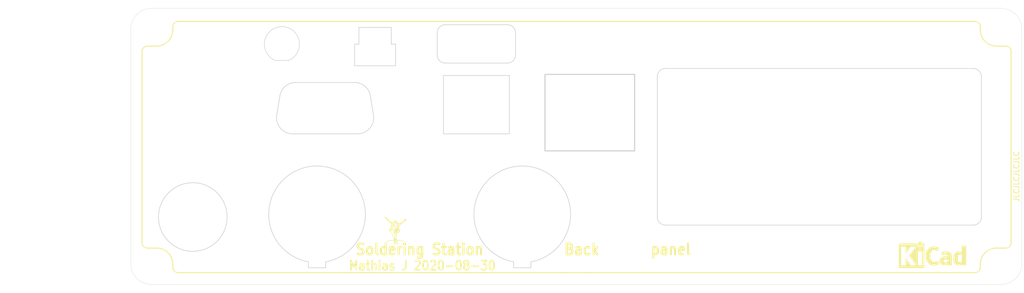
<source format=kicad_pcb>
(kicad_pcb (version 20171130) (host pcbnew 5.1.6-c6e7f7d~87~ubuntu18.04.1)

  (general
    (thickness 1.6)
    (drawings 48)
    (tracks 0)
    (zones 0)
    (modules 18)
    (nets 1)
  )

  (page A4)
  (layers
    (0 F.Cu signal)
    (31 B.Cu power)
    (32 B.Adhes user)
    (33 F.Adhes user)
    (34 B.Paste user)
    (35 F.Paste user)
    (36 B.SilkS user)
    (37 F.SilkS user)
    (38 B.Mask user)
    (39 F.Mask user)
    (40 Dwgs.User user)
    (41 Cmts.User user)
    (42 Eco1.User user)
    (43 Eco2.User user)
    (44 Edge.Cuts user)
    (45 Margin user)
    (46 B.CrtYd user)
    (47 F.CrtYd user)
    (48 B.Fab user)
    (49 F.Fab user)
  )

  (setup
    (last_trace_width 0.25)
    (user_trace_width 0.127)
    (user_trace_width 0.15)
    (user_trace_width 0.2)
    (user_trace_width 0.25)
    (user_trace_width 0.4)
    (user_trace_width 0.5)
    (user_trace_width 0.75)
    (user_trace_width 1)
    (trace_clearance 0.2)
    (zone_clearance 0.508)
    (zone_45_only no)
    (trace_min 0.127)
    (via_size 0.8)
    (via_drill 0.4)
    (via_min_size 0.6)
    (via_min_drill 0.3)
    (user_via 0.6 0.3)
    (user_via 0.7 0.4)
    (user_via 1 0.6)
    (uvia_size 0.3)
    (uvia_drill 0.1)
    (uvias_allowed no)
    (uvia_min_size 0.2)
    (uvia_min_drill 0.1)
    (edge_width 0.05)
    (segment_width 0.2)
    (pcb_text_width 0.3)
    (pcb_text_size 1.5 1.5)
    (mod_edge_width 0.15)
    (mod_text_size 0.8 0.9)
    (mod_text_width 0.15)
    (pad_size 1.524 1.524)
    (pad_drill 0.762)
    (pad_to_mask_clearance 0.05)
    (solder_mask_min_width 0.1)
    (aux_axis_origin 0 0)
    (grid_origin 150 100)
    (visible_elements FFFFFF7F)
    (pcbplotparams
      (layerselection 0x00020_7ffffffe)
      (usegerberextensions false)
      (usegerberattributes false)
      (usegerberadvancedattributes false)
      (creategerberjobfile false)
      (excludeedgelayer true)
      (linewidth 0.100000)
      (plotframeref false)
      (viasonmask false)
      (mode 1)
      (useauxorigin false)
      (hpglpennumber 1)
      (hpglpenspeed 20)
      (hpglpendiameter 15.000000)
      (psnegative false)
      (psa4output false)
      (plotreference false)
      (plotvalue false)
      (plotinvisibletext false)
      (padsonsilk true)
      (subtractmaskfromsilk false)
      (outputformat 3)
      (mirror false)
      (drillshape 0)
      (scaleselection 1)
      (outputdirectory "./"))
  )

  (net 0 "")

  (net_class Default "This is the default net class."
    (clearance 0.2)
    (trace_width 0.25)
    (via_dia 0.8)
    (via_drill 0.4)
    (uvia_dia 0.3)
    (uvia_drill 0.1)
  )

  (module customlib_mj_fp:Molex_NanoFit-1x02-Panel_cutout (layer B.Cu) (tedit 5F7DBA11) (tstamp 5F7F0D41)
    (at 112.75 59.5 180)
    (descr "Panel cut-out for Molex Nano-Fit 1x02")
    (tags "Molex NanoFit panel cut-out")
    (path /5F88251B)
    (attr virtual)
    (fp_text reference M111 (at 0 1) (layer B.SilkS) hide
      (effects (font (size 1.2 0.8) (thickness 0.16)) (justify mirror))
    )
    (fp_text value Molex_NanoFit-1x02-Panel_cutout (at 0 -1) (layer B.Fab)
      (effects (font (size 1 1) (thickness 0.15)) (justify mirror))
    )
    (fp_line (start 4 0) (end -4 0) (layer Dwgs.User) (width 0.12))
    (fp_line (start -4 0) (end -4 4) (layer Dwgs.User) (width 0.12))
    (fp_line (start -4 4) (end -3 4) (layer Dwgs.User) (width 0.12))
    (fp_line (start -3 4) (end -3 7) (layer Dwgs.User) (width 0.12))
    (fp_line (start -3 7) (end 3 7) (layer Dwgs.User) (width 0.12))
    (fp_line (start 3 7) (end 3 4) (layer Dwgs.User) (width 0.12))
    (fp_line (start 3 4) (end 4 4) (layer Dwgs.User) (width 0.12))
    (fp_line (start 4 4) (end 4 0) (layer Dwgs.User) (width 0.12))
    (fp_line (start 3.8 0) (end -3.8 0) (layer Edge.Cuts) (width 0.12))
    (fp_line (start -3.8 0) (end -3.8 4) (layer Edge.Cuts) (width 0.12))
    (fp_line (start -3.8 4) (end -3 4) (layer Edge.Cuts) (width 0.12))
    (fp_line (start -3 4) (end -3 7.1) (layer Edge.Cuts) (width 0.12))
    (fp_line (start -3 7.1) (end 3 7.1) (layer Edge.Cuts) (width 0.12))
    (fp_line (start 3 7.1) (end 3 4) (layer Edge.Cuts) (width 0.12))
    (fp_line (start 3 4) (end 3.8 4) (layer Edge.Cuts) (width 0.12))
    (fp_line (start 3.8 4) (end 3.8 0) (layer Edge.Cuts) (width 0.12))
    (model /home/mjoh/projects/stm32/projects/customlib_mj/3d_models/Molex_NanoFit-1x02_receptacle-1053071202.stp
      (offset (xyz 0 1.74 -1.7))
      (scale (xyz 1 1 1))
      (rotate (xyz 0 0 0))
    )
  )

  (module customlib_mj_fp:DSub9-Kycon_K22X-E9P-N_panel_cutout_behind locked (layer B.Cu) (tedit 5F7DC644) (tstamp 5F4D7BAD)
    (at 103.5 61.1)
    (descr "Dsub-9 panel cut-out, behind")
    (tags "DSUB-9 panel cut-out")
    (path /5F4DCFFF)
    (attr virtual)
    (fp_text reference M108 (at 0 6.5) (layer B.Fab)
      (effects (font (size 1.2 0.8) (thickness 0.16)) (justify mirror))
    )
    (fp_text value DSub9-Kycon_K22X-E9P-N-panel_cutout-small (at 0 2.5) (layer B.Fab)
      (effects (font (size 1 1) (thickness 0.15)) (justify mirror))
    )
    (fp_arc (start -5.5 4.4) (end -8.355942 3.89642) (angle 80) (layer Dwgs.User) (width 0.12))
    (fp_arc (start 6 8) (end 8.910887 7.274234) (angle 104) (layer Dwgs.User) (width 0.12))
    (fp_arc (start -6 8) (end -6 11) (angle 104) (layer Dwgs.User) (width 0.12))
    (fp_arc (start 5.5 4.4) (end 5.5 1.5) (angle 80) (layer Dwgs.User) (width 0.12))
    (fp_arc (start 5.5 4.4) (end 5.5 1.5) (angle 80) (layer Edge.Cuts) (width 0.12))
    (fp_arc (start -5.5 4.4) (end -8.355942 3.89642) (angle 80) (layer Edge.Cuts) (width 0.12))
    (fp_arc (start 6 8) (end 8.910887 7.274234) (angle 104) (layer Edge.Cuts) (width 0.12))
    (fp_arc (start -6 8) (end -6 11) (angle 104) (layer Edge.Cuts) (width 0.12))
    (fp_line (start -8.910887 7.274234) (end -8.355942 3.89642) (layer Edge.Cuts) (width 0.12))
    (fp_line (start 6 11) (end -6 11) (layer Edge.Cuts) (width 0.12))
    (fp_line (start 8.355942 3.89642) (end 8.910887 7.274234) (layer Edge.Cuts) (width 0.12))
    (fp_line (start -5.5 1.5) (end 5.5 1.5) (layer Edge.Cuts) (width 0.12))
    (fp_line (start -8.910887 7.274234) (end -8.355942 3.89642) (layer Dwgs.User) (width 0.12))
    (fp_line (start 6 11) (end -6 11) (layer Dwgs.User) (width 0.12))
    (fp_line (start 8.355942 3.89642) (end 8.910887 7.274234) (layer Dwgs.User) (width 0.12))
    (fp_line (start -5.5 1.5) (end 5.5 1.5) (layer Dwgs.User) (width 0.12))
    (pad "" np_thru_hole circle (at 12.5 6.275) (size 3 3) (drill 3) (layers *.Cu *.Mask))
    (pad "" np_thru_hole circle (at -12.5 6.275) (size 3 3) (drill 3) (layers *.Cu *.Mask))
    (model /home/mjoh/projects/stm32/projects/customlib_mj/3d_models/K22X-E9P-N.step
      (offset (xyz 0 6.275 -2.5))
      (scale (xyz 1 1 1))
      (rotate (xyz 0 0 0))
    )
  )

  (module customlib_mj_fp:SMA_Bulkhead_jack-Panel_cutout (layer B.Cu) (tedit 5F7DBA76) (tstamp 5F7F0E3A)
    (at 95.5 55.5 270)
    (descr "SMA bulkhead jack connector cut-out")
    (tags "SMA panel cutout")
    (path /5F881BCE)
    (fp_text reference M110 (at 0 4.5 90) (layer B.SilkS) hide
      (effects (font (size 1.2 0.8) (thickness 0.16)) (justify mirror))
    )
    (fp_text value SMA_bulkhead_jack_Panel_cutout (at -3.5 0 180) (layer B.Fab)
      (effects (font (size 1 1) (thickness 0.15)) (justify mirror))
    )
    (fp_line (start 3.013 -1.2175) (end 3.013117 1.217209) (layer Edge.Cuts) (width 0.1))
    (fp_line (start 3.013 -1.2175) (end 3.013 1.2175) (layer Dwgs.User) (width 0.1))
    (fp_arc (start 0 0) (end 3.013 -1.2175) (angle -316) (layer Edge.Cuts) (width 0.1))
    (fp_arc (start 0 0) (end 3.013 -1.2175) (angle -316) (layer Dwgs.User) (width 0.1))
    (model /home/mjoh/projects/stm32/projects/customlib_mj/3d_models/SMA_bulkhead_jack_and_cable_assy.stp
      (offset (xyz 0 0 -68.5))
      (scale (xyz 1 1 1))
      (rotate (xyz 90 0 -90))
    )
  )

  (module customlib_mj_fp:LB_I4R_A-4mm_banana_socket_panelmnt locked (layer B.Cu) (tedit 5F7CCD62) (tstamp 5F7DF82B)
    (at 159 93 180)
    (path /5F7FEDE6)
    (fp_text reference J101 (at 0 5) (layer B.SilkS) hide
      (effects (font (size 1.2 0.8) (thickness 0.16)) (justify mirror))
    )
    (fp_text value 4mm_banana_socket-LB_I4R_A-panelmnt (at 0 -4.5) (layer B.Fab)
      (effects (font (size 1 1) (thickness 0.15)) (justify mirror))
    )
    (pad "" np_thru_hole circle (at 0 0 180) (size 8.3 8.3) (drill 8.3) (layers *.Cu *.Mask))
    (model /home/mjoh/projects/stm32/projects/customlib_mj/3d_models/LB_I4R_A-black.stp
      (offset (xyz 0 0 -20.5))
      (scale (xyz 1 1 1))
      (rotate (xyz -90 0 90))
    )
  )

  (module customlib_mj_fp:CUI-UJ2_AH_1_SMT-Panel_cutout locked (layer B.Cu) (tedit 5F7CAEF1) (tstamp 5F7D196E)
    (at 131.5 59.5 180)
    (descr "Panel cut-out for CUI-UJ2_AH_1_SMT USB-A host connector")
    (tags "USB-A CUI UJ2_AH_1_SMT panel cut-out")
    (path /5F7D0AEA)
    (attr virtual)
    (fp_text reference M107 (at 0 6) (layer B.Fab)
      (effects (font (size 1.2 0.8) (thickness 0.16)) (justify mirror))
    )
    (fp_text value CUI-UJ2_AH_1_SMT-Panel_cutout (at 0 -0.5) (layer B.Fab)
      (effects (font (size 1 1) (thickness 0.15)) (justify mirror))
    )
    (fp_line (start -7.25 6.1) (end -7.25 2) (layer Edge.Cuts) (width 0.12))
    (fp_line (start 5.75 7.6) (end -5.75 7.6) (layer Edge.Cuts) (width 0.12))
    (fp_line (start 7.25 2) (end 7.25 6.1) (layer Edge.Cuts) (width 0.12))
    (fp_line (start -5.75 0.5) (end 5.75 0.5) (layer Edge.Cuts) (width 0.12))
    (fp_line (start -7.25 6.1) (end -7.25 2) (layer Dwgs.User) (width 0.12))
    (fp_line (start 5.75 7.6) (end -5.75 7.6) (layer Dwgs.User) (width 0.12))
    (fp_line (start 7.25 2) (end 7.25 6.1) (layer Dwgs.User) (width 0.12))
    (fp_line (start -5.75 0.5) (end 5.75 0.5) (layer Dwgs.User) (width 0.12))
    (fp_arc (start 5.75 6.1) (end 7.25 6.1) (angle 90) (layer Dwgs.User) (width 0.12))
    (fp_arc (start 5.75 2) (end 5.75 0.5) (angle 90) (layer Dwgs.User) (width 0.12))
    (fp_arc (start -5.75 2) (end -7.25 2) (angle 90) (layer Dwgs.User) (width 0.12))
    (fp_arc (start -5.75 6.1) (end -5.75 7.6) (angle 90) (layer Dwgs.User) (width 0.12))
    (fp_arc (start 5.75 6.1) (end 7.25 6.1) (angle 90) (layer Edge.Cuts) (width 0.12))
    (fp_arc (start 5.75 2) (end 5.75 0.5) (angle 90) (layer Edge.Cuts) (width 0.12))
    (fp_arc (start -5.75 2) (end -7.25 2) (angle 90) (layer Edge.Cuts) (width 0.12))
    (fp_arc (start -5.75 6.1) (end -5.75 7.6) (angle 90) (layer Edge.Cuts) (width 0.12))
    (model /home/mjoh/projects/stm32/projects/customlib_mj/3d_models/CUI_DEVICES_UJ2-AH-1-SMT.step
      (offset (xyz 0 0 -15))
      (scale (xyz 1 1 1))
      (rotate (xyz 0 0 0))
    )
  )

  (module customlib_mj_fp:SJ-3571N_panel_cutout locked (layer B.Cu) (tedit 5F4D2DB5) (tstamp 5F4D7C96)
    (at 81 59.5 180)
    (descr "Panel cut-out for CUI SJ-3571N 3.5mm audio jack")
    (tags "CUI SJ-3571N 3.5mm audio jack panel cut-out")
    (path /5F4E1D6C)
    (attr virtual)
    (fp_text reference M109 (at 0 7) (layer B.Fab)
      (effects (font (size 1.2 0.8) (thickness 0.16)) (justify mirror))
    )
    (fp_text value SJ-3571N_CUI_audio_jacket_panel_cutout (at 0 -1.5) (layer B.Fab)
      (effects (font (size 1 1) (thickness 0.15)) (justify mirror))
    )
    (pad "" np_thru_hole circle (at 0 2.5 180) (size 6 6) (drill 6) (layers *.Cu *.Mask))
    (model /home/mjoh/projects/stm32/projects/customlib_mj/3d_models/CUI_DEVICES_SJ-3571N.step
      (offset (xyz 0 2.5 0.3))
      (scale (xyz 1 1 1))
      (rotate (xyz 0 90 90))
    )
  )

  (module customlib_mj_fp:74980104400_WE_RJ45_LAN-Panel_cutout locked (layer B.Cu) (tedit 5F4CD9BC) (tstamp 5F4D3980)
    (at 152.5 61.1)
    (descr "Panel cut-out for WE RJ45 Ethernet connector")
    (tags "RJ45 panel cut-out")
    (path /5F4D2201)
    (attr virtual)
    (fp_text reference M105 (at 0 13) (layer B.Fab)
      (effects (font (size 1.2 0.8) (thickness 0.16)) (justify mirror))
    )
    (fp_text value 74980104400-Wurth_RJ45-Panel_cutout (at 0 -1) (layer B.Fab)
      (effects (font (size 1 1) (thickness 0.15)) (justify mirror))
    )
    (fp_line (start -8.3 14.15) (end -8.3 0) (layer Dwgs.User) (width 0.2))
    (fp_line (start 8.3 14.15) (end -8.3 14.15) (layer Dwgs.User) (width 0.2))
    (fp_line (start 8.3 0) (end 8.3 14.15) (layer Dwgs.User) (width 0.2))
    (fp_line (start -8.3 0) (end 8.3 0) (layer Dwgs.User) (width 0.2))
    (fp_line (start -8.3 14.15) (end -8.3 0) (layer Edge.Cuts) (width 0.2))
    (fp_line (start 8.3 14.15) (end -8.3 14.15) (layer Edge.Cuts) (width 0.2))
    (fp_line (start 8.3 0) (end 8.3 14.15) (layer Edge.Cuts) (width 0.2))
    (fp_line (start -8.3 0) (end 8.3 0) (layer Edge.Cuts) (width 0.2))
    (model /home/mjoh/projects/stm32/projects/customlib_mj/3d_models/74980104400_WE-RJ45_LAN_rev1.stp
      (offset (xyz 0 7.075 0.4))
      (scale (xyz 1 1 1))
      (rotate (xyz 90 0 180))
    )
  )

  (module customlib_mj_fp:TE_1734346-Panel_cutout locked (layer B.Cu) (tedit 5F4CD938) (tstamp 5F4D398C)
    (at 131.5 61.1)
    (descr "Panel cut-out for TE-1734346 USB-B device connector")
    (tags "USB-B TE-1734346 panel cut-out")
    (path /5F4D36E9)
    (attr virtual)
    (fp_text reference M106 (at 0 9.5) (layer B.Fab)
      (effects (font (size 1.2 0.8) (thickness 0.16)) (justify mirror))
    )
    (fp_text value TE-1734346-Panel_cutout (at 0 11.9) (layer B.Fab)
      (effects (font (size 1 1) (thickness 0.15)) (justify mirror))
    )
    (fp_line (start -6.1 0.2) (end 6.1 0.2) (layer Edge.Cuts) (width 0.12))
    (fp_line (start 6.1 0.2) (end 6.1 11) (layer Edge.Cuts) (width 0.12))
    (fp_line (start 6.1 11) (end -6.1 11) (layer Edge.Cuts) (width 0.12))
    (fp_line (start -6.1 11) (end -6.1 0.2) (layer Edge.Cuts) (width 0.12))
    (fp_line (start -6.1 0.2) (end 6.1 0.2) (layer Dwgs.User) (width 0.12))
    (fp_line (start 6.1 0.2) (end 6.1 11) (layer Dwgs.User) (width 0.12))
    (fp_line (start 6.1 11) (end -6.1 11) (layer Dwgs.User) (width 0.12))
    (fp_line (start -6.1 11) (end -6.1 0.2) (layer Dwgs.User) (width 0.12))
    (model /home/mjoh/projects/stm32/projects/customlib_mj/3d_models/TE_1734346-1-c-3d.stp
      (offset (xyz 0 5.6 0.5))
      (scale (xyz 1 1 1))
      (rotate (xyz 0 0 0))
    )
  )

  (module customlib_mj_fp:FN283_panel_cutout-outside_mnt locked (layer B.Cu) (tedit 5F459659) (tstamp 5F460FD2)
    (at 195 74.5 180)
    (descr "Panel cut-outs for Schaffner FN283 AC-inlet")
    (path /5F4FFAD8)
    (fp_text reference M104 (at 0 -2) (layer B.Fab)
      (effects (font (size 1.2 0.8) (thickness 0.16)) (justify mirror))
    )
    (fp_text value FN283-1-06_Schaffner_AC-panel_cutout (at 0 -13) (layer B.Fab)
      (effects (font (size 1 1) (thickness 0.15)) (justify mirror))
    )
    (fp_line (start -30 -13) (end -30 13) (layer Edge.Cuts) (width 0.12))
    (fp_line (start 28.5 -14.5) (end -28.5 -14.5) (layer Edge.Cuts) (width 0.12))
    (fp_line (start 30 13) (end 30 -13) (layer Edge.Cuts) (width 0.12))
    (fp_line (start -28.5 14.5) (end 28.5 14.5) (layer Edge.Cuts) (width 0.12))
    (fp_line (start -30 -13) (end -30 13) (layer Dwgs.User) (width 0.12))
    (fp_line (start 28.5 -14.5) (end -28.5 -14.5) (layer Dwgs.User) (width 0.12))
    (fp_line (start 30 13) (end 30 -13) (layer Dwgs.User) (width 0.12))
    (fp_line (start -28.5 14.5) (end 28.5 14.5) (layer Dwgs.User) (width 0.12))
    (fp_arc (start -28.5 13) (end -28.5 14.5) (angle 90) (layer Edge.Cuts) (width 0.12))
    (fp_arc (start -28.5 -13) (end -30 -13) (angle 90) (layer Edge.Cuts) (width 0.12))
    (fp_arc (start 28.5 -13) (end 28.5 -14.5) (angle 90) (layer Edge.Cuts) (width 0.12))
    (fp_arc (start 28.5 13) (end 30 13) (angle 90) (layer Edge.Cuts) (width 0.12))
    (fp_arc (start -28.5 13) (end -28.5 14.5) (angle 90) (layer Dwgs.User) (width 0.12))
    (fp_arc (start -28.5 -13) (end -30 -13) (angle 90) (layer Dwgs.User) (width 0.12))
    (fp_arc (start 28.5 -13) (end 28.5 -14.5) (angle 90) (layer Dwgs.User) (width 0.12))
    (fp_arc (start 28.5 13) (end 30 13) (angle 90) (layer Dwgs.User) (width 0.12))
    (pad "" np_thru_hole circle (at 0 20 180) (size 3 3) (drill 3) (layers *.Cu *.Mask))
    (pad "" np_thru_hole circle (at 0 -20 180) (size 3 3) (drill 3) (layers *.Cu *.Mask))
    (model /home/mjoh/projects/stm32/projects/customlib_mj/3d_models/Schaffner-FN283-1-06.stp
      (offset (xyz -18 0 24.5))
      (scale (xyz 1 1 1))
      (rotate (xyz 0 180 90))
    )
  )

  (module customlib_mj_fp:Schurter_3101_0060_fuse_holder-panel_cutout locked (layer F.Cu) (tedit 5F459D77) (tstamp 5F460FBC)
    (at 79 87.5)
    (path /5F50285E)
    (fp_text reference M103 (at 0 0.6) (layer F.Fab)
      (effects (font (size 1.2 0.8) (thickness 0.16)))
    )
    (fp_text value Schurter-3101_0060-fuse_holder-Panel_cutout (at 0 7) (layer F.Fab)
      (effects (font (size 1 1) (thickness 0.15)))
    )
    (fp_circle (center 0 0) (end 6.35 0) (layer Dwgs.User) (width 0.12))
    (fp_circle (center 0 0) (end 6.35 0) (layer Edge.Cuts) (width 0.12))
    (model /home/mjoh/projects/stm32/projects/SolderingStation/mech/Schurter-0031.0060_002-fuseholder.stp
      (offset (xyz 0 0 -8.800000000000001))
      (scale (xyz 1 1 1))
      (rotate (xyz 0 0 0))
    )
  )

  (module customlib_mj_fp:Amphenol_T3437000-DIN7-panel_cutout locked (layer B.Cu) (tedit 5F45A1C4) (tstamp 5F460FB6)
    (at 140 87 180)
    (descr "Amphenol T3437000 DIN7 (Weller connector) panel cutout")
    (tags "Amphenol T3437000 DIN7 panel cutout")
    (path /5F504C41)
    (fp_text reference M102 (at 0 -0.6) (layer B.Fab)
      (effects (font (size 1.2 0.8) (thickness 0.16)) (justify mirror))
    )
    (fp_text value Amphenol_T3437000-DIN7_panel_cutout (at 0 -11) (layer B.Fab)
      (effects (font (size 1 1) (thickness 0.15)) (justify mirror))
    )
    (fp_line (start 1.6 -9.9) (end 1.6 -8.8) (layer Edge.Cuts) (width 0.12))
    (fp_line (start -1.6 -9.9) (end -1.598511 -8.800271) (layer Edge.Cuts) (width 0.12))
    (fp_line (start 1.6 -9.9) (end -1.6 -9.9) (layer Edge.Cuts) (width 0.12))
    (fp_arc (start 0 0) (end 1.6 -8.8) (angle 339.4) (layer Edge.Cuts) (width 0.12))
    (model /home/mjoh/projects/stm32/projects/SolderingStation/mech/DIN7_done.stp
      (at (xyz 0 0 0))
      (scale (xyz 1 1 1))
      (rotate (xyz 0 0 0))
    )
  )

  (module customlib_mj_fp:Amphenol_T3437000-DIN7-panel_cutout locked (layer B.Cu) (tedit 5F45A1C4) (tstamp 5F460FAE)
    (at 102 87 180)
    (descr "Amphenol T3437000 DIN7 (Weller connector) panel cutout")
    (tags "Amphenol T3437000 DIN7 panel cutout")
    (path /5F50426A)
    (fp_text reference M101 (at 0 -0.6) (layer B.Fab)
      (effects (font (size 1.2 0.8) (thickness 0.16)) (justify mirror))
    )
    (fp_text value Amphenol_T3437000-DIN7_panel_cutout (at 0 -11) (layer B.Fab)
      (effects (font (size 1 1) (thickness 0.15)) (justify mirror))
    )
    (fp_line (start 1.6 -9.9) (end 1.6 -8.8) (layer Edge.Cuts) (width 0.12))
    (fp_line (start -1.6 -9.9) (end -1.598511 -8.800271) (layer Edge.Cuts) (width 0.12))
    (fp_line (start 1.6 -9.9) (end -1.6 -9.9) (layer Edge.Cuts) (width 0.12))
    (fp_arc (start 0 0) (end 1.6 -8.8) (angle 339.4) (layer Edge.Cuts) (width 0.12))
    (model /home/mjoh/projects/stm32/projects/SolderingStation/mech/DIN7_done.stp
      (at (xyz 0 0 0))
      (scale (xyz 1 1 1))
      (rotate (xyz 0 0 0))
    )
  )

  (module customlib_mj_fp:MountingHole_3.5mm_Hammond_panel_screws locked (layer F.Cu) (tedit 5F2EF506) (tstamp 5F420F13)
    (at 72.25 52.67)
    (descr "Mounting Hole 3.5mm, no annular")
    (tags "mounting hole 3.5mm no annular")
    (path /5F41E2D7)
    (attr virtual)
    (fp_text reference H101 (at 0 -4.5) (layer F.Fab)
      (effects (font (size 1 1) (thickness 0.15)))
    )
    (fp_text value MountingHole (at 0 4.5) (layer F.Fab)
      (effects (font (size 1 1) (thickness 0.15)))
    )
    (fp_circle (center 0 0) (end 3 0) (layer F.CrtYd) (width 0.05))
    (fp_circle (center 0 0) (end 2.9 0) (layer Cmts.User) (width 0.15))
    (fp_text user %R (at 0.3 0) (layer F.Fab)
      (effects (font (size 1 1) (thickness 0.15)))
    )
    (pad "" np_thru_hole circle (at 0 0) (size 3.5 3.5) (drill 3.5) (layers *.Cu *.Mask)
      (solder_mask_margin -0.1) (clearance 1.25))
  )

  (module customlib_mj_fp:MountingHole_3.5mm_Hammond_panel_screws locked (layer F.Cu) (tedit 5F2EF506) (tstamp 5F420F1B)
    (at 227.75 52.67)
    (descr "Mounting Hole 3.5mm, no annular")
    (tags "mounting hole 3.5mm no annular")
    (path /5F41E735)
    (attr virtual)
    (fp_text reference H102 (at 0 -4.5) (layer F.Fab)
      (effects (font (size 1 1) (thickness 0.15)))
    )
    (fp_text value MountingHole (at 0 4.5) (layer F.Fab)
      (effects (font (size 1 1) (thickness 0.15)))
    )
    (fp_circle (center 0 0) (end 2.9 0) (layer Cmts.User) (width 0.15))
    (fp_circle (center 0 0) (end 3 0) (layer F.CrtYd) (width 0.05))
    (fp_text user %R (at 0.3 0) (layer F.Fab)
      (effects (font (size 1 1) (thickness 0.15)))
    )
    (pad "" np_thru_hole circle (at 0 0) (size 3.5 3.5) (drill 3.5) (layers *.Cu *.Mask)
      (solder_mask_margin -0.1) (clearance 1.25))
  )

  (module customlib_mj_fp:MountingHole_3.5mm_Hammond_panel_screws locked (layer F.Cu) (tedit 5F2EF506) (tstamp 5F420F23)
    (at 72.25 96.2)
    (descr "Mounting Hole 3.5mm, no annular")
    (tags "mounting hole 3.5mm no annular")
    (path /5F41E773)
    (attr virtual)
    (fp_text reference H103 (at 0 -4.5) (layer F.Fab)
      (effects (font (size 1 1) (thickness 0.15)))
    )
    (fp_text value MountingHole (at 0 4.5) (layer F.Fab)
      (effects (font (size 1 1) (thickness 0.15)))
    )
    (fp_circle (center 0 0) (end 3 0) (layer F.CrtYd) (width 0.05))
    (fp_circle (center 0 0) (end 2.9 0) (layer Cmts.User) (width 0.15))
    (fp_text user %R (at 0.3 0) (layer F.Fab)
      (effects (font (size 1 1) (thickness 0.15)))
    )
    (pad "" np_thru_hole circle (at 0 0) (size 3.5 3.5) (drill 3.5) (layers *.Cu *.Mask)
      (solder_mask_margin -0.1) (clearance 1.25))
  )

  (module customlib_mj_fp:MountingHole_3.5mm_Hammond_panel_screws locked (layer F.Cu) (tedit 5F2EF506) (tstamp 5F420F2B)
    (at 227.75 96.2)
    (descr "Mounting Hole 3.5mm, no annular")
    (tags "mounting hole 3.5mm no annular")
    (path /5F41E984)
    (attr virtual)
    (fp_text reference H104 (at 0 -4.5) (layer F.Fab)
      (effects (font (size 1 1) (thickness 0.15)))
    )
    (fp_text value MountingHole (at 0 4.5) (layer F.Fab)
      (effects (font (size 1 1) (thickness 0.15)))
    )
    (fp_circle (center 0 0) (end 2.9 0) (layer Cmts.User) (width 0.15))
    (fp_circle (center 0 0) (end 3 0) (layer F.CrtYd) (width 0.05))
    (fp_text user %R (at 0.3 0) (layer F.Fab)
      (effects (font (size 1 1) (thickness 0.15)))
    )
    (pad "" np_thru_hole circle (at 0 0) (size 3.5 3.5) (drill 3.5) (layers *.Cu *.Mask)
      (solder_mask_margin -0.1) (clearance 1.25))
  )

  (module Symbol:KiCad-Logo_5mm_SilkScreen (layer F.Cu) (tedit 0) (tstamp 5F420F4E)
    (at 216 95)
    (descr "KiCad Logo")
    (tags "Logo KiCad")
    (path /5F41F53B)
    (attr virtual)
    (fp_text reference LOGO101 (at 0 -5.08) (layer F.SilkS) hide
      (effects (font (size 1 1) (thickness 0.15)))
    )
    (fp_text value Logo_Kicad_small (at 0 3.81) (layer F.Fab) hide
      (effects (font (size 1 1) (thickness 0.15)))
    )
    (fp_poly (pts (xy -2.273043 -2.973429) (xy -2.176768 -2.949191) (xy -2.090184 -2.906359) (xy -2.015373 -2.846581)
      (xy -1.954418 -2.771506) (xy -1.909399 -2.68278) (xy -1.883136 -2.58647) (xy -1.877286 -2.489205)
      (xy -1.89214 -2.395346) (xy -1.92584 -2.307489) (xy -1.976528 -2.22823) (xy -2.042345 -2.160164)
      (xy -2.121434 -2.105888) (xy -2.211934 -2.067998) (xy -2.2632 -2.055574) (xy -2.307698 -2.048053)
      (xy -2.341999 -2.045081) (xy -2.37496 -2.046906) (xy -2.415434 -2.053775) (xy -2.448531 -2.06075)
      (xy -2.541947 -2.092259) (xy -2.625619 -2.143383) (xy -2.697665 -2.212571) (xy -2.7562 -2.298272)
      (xy -2.770148 -2.325511) (xy -2.786586 -2.361878) (xy -2.796894 -2.392418) (xy -2.80246 -2.42455)
      (xy -2.804669 -2.465693) (xy -2.804948 -2.511778) (xy -2.800861 -2.596135) (xy -2.787446 -2.665414)
      (xy -2.762256 -2.726039) (xy -2.722846 -2.784433) (xy -2.684298 -2.828698) (xy -2.612406 -2.894516)
      (xy -2.537313 -2.939947) (xy -2.454562 -2.96715) (xy -2.376928 -2.977424) (xy -2.273043 -2.973429)) (layer F.SilkS) (width 0.01))
    (fp_poly (pts (xy 6.186507 -0.527755) (xy 6.186526 -0.293338) (xy 6.186552 -0.080397) (xy 6.186625 0.112168)
      (xy 6.186782 0.285459) (xy 6.187064 0.440576) (xy 6.187509 0.57862) (xy 6.188156 0.700692)
      (xy 6.189045 0.807894) (xy 6.190213 0.901326) (xy 6.191701 0.98209) (xy 6.193546 1.051286)
      (xy 6.195789 1.110015) (xy 6.198469 1.159379) (xy 6.201623 1.200478) (xy 6.205292 1.234413)
      (xy 6.209513 1.262286) (xy 6.214327 1.285198) (xy 6.219773 1.304249) (xy 6.225888 1.32054)
      (xy 6.232712 1.335173) (xy 6.240285 1.349249) (xy 6.248645 1.363868) (xy 6.253839 1.372974)
      (xy 6.288104 1.433689) (xy 5.429955 1.433689) (xy 5.429955 1.337733) (xy 5.429224 1.29437)
      (xy 5.427272 1.261205) (xy 5.424463 1.243424) (xy 5.423221 1.241778) (xy 5.411799 1.248662)
      (xy 5.389084 1.266505) (xy 5.366385 1.285879) (xy 5.3118 1.326614) (xy 5.242321 1.367617)
      (xy 5.16527 1.405123) (xy 5.087965 1.435364) (xy 5.057113 1.445012) (xy 4.988616 1.459578)
      (xy 4.905764 1.469539) (xy 4.816371 1.474583) (xy 4.728248 1.474396) (xy 4.649207 1.468666)
      (xy 4.611511 1.462858) (xy 4.473414 1.424797) (xy 4.346113 1.367073) (xy 4.230292 1.290211)
      (xy 4.126637 1.194739) (xy 4.035833 1.081179) (xy 3.969031 0.970381) (xy 3.914164 0.853625)
      (xy 3.872163 0.734276) (xy 3.842167 0.608283) (xy 3.823311 0.471594) (xy 3.814732 0.320158)
      (xy 3.814006 0.242711) (xy 3.8161 0.185934) (xy 4.645217 0.185934) (xy 4.645424 0.279002)
      (xy 4.648337 0.366692) (xy 4.654 0.443772) (xy 4.662455 0.505009) (xy 4.665038 0.51735)
      (xy 4.69684 0.624633) (xy 4.738498 0.711658) (xy 4.790363 0.778642) (xy 4.852781 0.825805)
      (xy 4.9261 0.853365) (xy 5.010669 0.861541) (xy 5.106835 0.850551) (xy 5.170311 0.834829)
      (xy 5.219454 0.816639) (xy 5.273583 0.790791) (xy 5.314244 0.767089) (xy 5.3848 0.720721)
      (xy 5.3848 -0.42947) (xy 5.317392 -0.473038) (xy 5.238867 -0.51396) (xy 5.154681 -0.540611)
      (xy 5.069557 -0.552535) (xy 4.988216 -0.549278) (xy 4.91538 -0.530385) (xy 4.883426 -0.514816)
      (xy 4.825501 -0.471819) (xy 4.776544 -0.415047) (xy 4.73539 -0.342425) (xy 4.700874 -0.251879)
      (xy 4.671833 -0.141334) (xy 4.670552 -0.135467) (xy 4.660381 -0.073212) (xy 4.652739 0.004594)
      (xy 4.64767 0.09272) (xy 4.645217 0.185934) (xy 3.8161 0.185934) (xy 3.821857 0.029895)
      (xy 3.843802 -0.165941) (xy 3.879786 -0.344668) (xy 3.929759 -0.506155) (xy 3.993668 -0.650274)
      (xy 4.071462 -0.776894) (xy 4.163089 -0.885885) (xy 4.268497 -0.977117) (xy 4.313662 -1.008068)
      (xy 4.414611 -1.064215) (xy 4.517901 -1.103826) (xy 4.627989 -1.127986) (xy 4.74933 -1.137781)
      (xy 4.841836 -1.136735) (xy 4.97149 -1.125769) (xy 5.084084 -1.103954) (xy 5.182875 -1.070286)
      (xy 5.271121 -1.023764) (xy 5.319986 -0.989552) (xy 5.349353 -0.967638) (xy 5.371043 -0.952667)
      (xy 5.379253 -0.948267) (xy 5.380868 -0.959096) (xy 5.382159 -0.989749) (xy 5.383138 -1.037474)
      (xy 5.383817 -1.099521) (xy 5.38421 -1.173138) (xy 5.38433 -1.255573) (xy 5.384188 -1.344075)
      (xy 5.383797 -1.435893) (xy 5.383171 -1.528276) (xy 5.38232 -1.618472) (xy 5.38126 -1.703729)
      (xy 5.380001 -1.781297) (xy 5.378556 -1.848424) (xy 5.376938 -1.902359) (xy 5.375161 -1.94035)
      (xy 5.374669 -1.947333) (xy 5.367092 -2.017749) (xy 5.355531 -2.072898) (xy 5.337792 -2.120019)
      (xy 5.311682 -2.166353) (xy 5.305415 -2.175933) (xy 5.280983 -2.212622) (xy 6.186311 -2.212622)
      (xy 6.186507 -0.527755)) (layer F.SilkS) (width 0.01))
    (fp_poly (pts (xy 2.673574 -1.133448) (xy 2.825492 -1.113433) (xy 2.960756 -1.079798) (xy 3.080239 -1.032275)
      (xy 3.184815 -0.970595) (xy 3.262424 -0.907035) (xy 3.331265 -0.832901) (xy 3.385006 -0.753129)
      (xy 3.42791 -0.660909) (xy 3.443384 -0.617839) (xy 3.456244 -0.578858) (xy 3.467446 -0.542711)
      (xy 3.47712 -0.507566) (xy 3.485396 -0.47159) (xy 3.492403 -0.43295) (xy 3.498272 -0.389815)
      (xy 3.503131 -0.340351) (xy 3.50711 -0.282727) (xy 3.51034 -0.215109) (xy 3.512949 -0.135666)
      (xy 3.515067 -0.042564) (xy 3.516824 0.066027) (xy 3.518349 0.191942) (xy 3.519772 0.337012)
      (xy 3.521025 0.479778) (xy 3.522351 0.635968) (xy 3.523556 0.771239) (xy 3.524766 0.887246)
      (xy 3.526106 0.985645) (xy 3.5277 1.068093) (xy 3.529675 1.136246) (xy 3.532156 1.19176)
      (xy 3.535269 1.236292) (xy 3.539138 1.271498) (xy 3.543889 1.299034) (xy 3.549648 1.320556)
      (xy 3.556539 1.337722) (xy 3.564689 1.352186) (xy 3.574223 1.365606) (xy 3.585266 1.379638)
      (xy 3.589566 1.385071) (xy 3.605386 1.40791) (xy 3.612422 1.423463) (xy 3.612444 1.423922)
      (xy 3.601567 1.426121) (xy 3.570582 1.428147) (xy 3.521957 1.429942) (xy 3.458163 1.431451)
      (xy 3.381669 1.432616) (xy 3.294944 1.43338) (xy 3.200457 1.433686) (xy 3.18955 1.433689)
      (xy 2.766657 1.433689) (xy 2.763395 1.337622) (xy 2.760133 1.241556) (xy 2.698044 1.292543)
      (xy 2.600714 1.360057) (xy 2.490813 1.414749) (xy 2.404349 1.444978) (xy 2.335278 1.459666)
      (xy 2.251925 1.469659) (xy 2.162159 1.474646) (xy 2.073845 1.474313) (xy 1.994851 1.468351)
      (xy 1.958622 1.462638) (xy 1.818603 1.424776) (xy 1.692178 1.369932) (xy 1.58026 1.298924)
      (xy 1.483762 1.212568) (xy 1.4036 1.111679) (xy 1.340687 0.997076) (xy 1.296312 0.870984)
      (xy 1.283978 0.814401) (xy 1.276368 0.752202) (xy 1.272739 0.677363) (xy 1.272245 0.643467)
      (xy 1.27231 0.640282) (xy 2.032248 0.640282) (xy 2.041541 0.715333) (xy 2.069728 0.77916)
      (xy 2.118197 0.834798) (xy 2.123254 0.839211) (xy 2.171548 0.874037) (xy 2.223257 0.89662)
      (xy 2.283989 0.90854) (xy 2.359352 0.911383) (xy 2.377459 0.910978) (xy 2.431278 0.908325)
      (xy 2.471308 0.902909) (xy 2.506324 0.892745) (xy 2.545103 0.87585) (xy 2.555745 0.870672)
      (xy 2.616396 0.834844) (xy 2.663215 0.792212) (xy 2.675952 0.776973) (xy 2.720622 0.720462)
      (xy 2.720622 0.524586) (xy 2.720086 0.445939) (xy 2.718396 0.387988) (xy 2.715428 0.348875)
      (xy 2.711057 0.326741) (xy 2.706972 0.320274) (xy 2.691047 0.317111) (xy 2.657264 0.314488)
      (xy 2.61034 0.312655) (xy 2.554993 0.311857) (xy 2.546106 0.311842) (xy 2.42533 0.317096)
      (xy 2.32266 0.333263) (xy 2.236106 0.360961) (xy 2.163681 0.400808) (xy 2.108751 0.447758)
      (xy 2.064204 0.505645) (xy 2.03948 0.568693) (xy 2.032248 0.640282) (xy 1.27231 0.640282)
      (xy 1.274178 0.549712) (xy 1.282522 0.470812) (xy 1.298768 0.39959) (xy 1.324405 0.328864)
      (xy 1.348401 0.276493) (xy 1.40702 0.181196) (xy 1.485117 0.09317) (xy 1.580315 0.014017)
      (xy 1.690238 -0.05466) (xy 1.81251 -0.111259) (xy 1.944755 -0.154179) (xy 2.009422 -0.169118)
      (xy 2.145604 -0.191223) (xy 2.294049 -0.205806) (xy 2.445505 -0.212187) (xy 2.572064 -0.210555)
      (xy 2.73395 -0.203776) (xy 2.72653 -0.262755) (xy 2.707238 -0.361908) (xy 2.676104 -0.442628)
      (xy 2.632269 -0.505534) (xy 2.574871 -0.551244) (xy 2.503048 -0.580378) (xy 2.415941 -0.593553)
      (xy 2.312686 -0.591389) (xy 2.274711 -0.587388) (xy 2.13352 -0.56222) (xy 1.996707 -0.521186)
      (xy 1.902178 -0.483185) (xy 1.857018 -0.46381) (xy 1.818585 -0.44824) (xy 1.792234 -0.438595)
      (xy 1.784546 -0.436548) (xy 1.774802 -0.445626) (xy 1.758083 -0.474595) (xy 1.734232 -0.523783)
      (xy 1.703093 -0.593516) (xy 1.664507 -0.684121) (xy 1.65791 -0.699911) (xy 1.627853 -0.772228)
      (xy 1.600874 -0.837575) (xy 1.578136 -0.893094) (xy 1.560806 -0.935928) (xy 1.550048 -0.963219)
      (xy 1.546941 -0.972058) (xy 1.55694 -0.976813) (xy 1.583217 -0.98209) (xy 1.611489 -0.985769)
      (xy 1.641646 -0.990526) (xy 1.689433 -0.999972) (xy 1.750612 -1.01318) (xy 1.820946 -1.029224)
      (xy 1.896194 -1.04718) (xy 1.924755 -1.054203) (xy 2.029816 -1.079791) (xy 2.11748 -1.099853)
      (xy 2.192068 -1.115031) (xy 2.257903 -1.125965) (xy 2.319307 -1.133296) (xy 2.380602 -1.137665)
      (xy 2.44611 -1.139713) (xy 2.504128 -1.140111) (xy 2.673574 -1.133448)) (layer F.SilkS) (width 0.01))
    (fp_poly (pts (xy 0.328429 -2.050929) (xy 0.48857 -2.029755) (xy 0.65251 -1.989615) (xy 0.822313 -1.930111)
      (xy 1.000043 -1.850846) (xy 1.01131 -1.845301) (xy 1.069005 -1.817275) (xy 1.120552 -1.793198)
      (xy 1.162191 -1.774751) (xy 1.190162 -1.763614) (xy 1.199733 -1.761067) (xy 1.21895 -1.756059)
      (xy 1.223561 -1.751853) (xy 1.218458 -1.74142) (xy 1.202418 -1.715132) (xy 1.177288 -1.675743)
      (xy 1.144914 -1.626009) (xy 1.107143 -1.568685) (xy 1.065822 -1.506524) (xy 1.022798 -1.442282)
      (xy 0.979917 -1.378715) (xy 0.939026 -1.318575) (xy 0.901971 -1.26462) (xy 0.8706 -1.219603)
      (xy 0.846759 -1.186279) (xy 0.832294 -1.167403) (xy 0.830309 -1.165213) (xy 0.820191 -1.169862)
      (xy 0.79785 -1.187038) (xy 0.76728 -1.21356) (xy 0.751536 -1.228036) (xy 0.655047 -1.303318)
      (xy 0.548336 -1.358759) (xy 0.432832 -1.393859) (xy 0.309962 -1.40812) (xy 0.240561 -1.406949)
      (xy 0.119423 -1.389788) (xy 0.010205 -1.353906) (xy -0.087418 -1.299041) (xy -0.173772 -1.22493)
      (xy -0.249185 -1.131312) (xy -0.313982 -1.017924) (xy -0.351399 -0.931333) (xy -0.395252 -0.795634)
      (xy -0.427572 -0.64815) (xy -0.448443 -0.492686) (xy -0.457949 -0.333044) (xy -0.456173 -0.173027)
      (xy -0.443197 -0.016439) (xy -0.419106 0.132918) (xy -0.383982 0.27124) (xy -0.337908 0.394724)
      (xy -0.321627 0.428978) (xy -0.25338 0.543064) (xy -0.172921 0.639557) (xy -0.08143 0.71767)
      (xy 0.019911 0.776617) (xy 0.12992 0.815612) (xy 0.247415 0.833868) (xy 0.288883 0.835211)
      (xy 0.410441 0.82429) (xy 0.530878 0.791474) (xy 0.648666 0.737439) (xy 0.762277 0.662865)
      (xy 0.853685 0.584539) (xy 0.900215 0.540008) (xy 1.081483 0.837271) (xy 1.12658 0.911433)
      (xy 1.167819 0.979646) (xy 1.203735 1.039459) (xy 1.232866 1.08842) (xy 1.25375 1.124079)
      (xy 1.264924 1.143984) (xy 1.266375 1.147079) (xy 1.258146 1.156718) (xy 1.232567 1.173999)
      (xy 1.192873 1.197283) (xy 1.142297 1.224934) (xy 1.084074 1.255315) (xy 1.021437 1.28679)
      (xy 0.957621 1.317722) (xy 0.89586 1.346473) (xy 0.839388 1.371408) (xy 0.791438 1.390889)
      (xy 0.767986 1.399318) (xy 0.634221 1.437133) (xy 0.496327 1.462136) (xy 0.348622 1.47514)
      (xy 0.221833 1.477468) (xy 0.153878 1.476373) (xy 0.088277 1.474275) (xy 0.030847 1.471434)
      (xy -0.012597 1.468106) (xy -0.026702 1.466422) (xy -0.165716 1.437587) (xy -0.307243 1.392468)
      (xy -0.444725 1.33375) (xy -0.571606 1.26412) (xy -0.649111 1.211441) (xy -0.776519 1.103239)
      (xy -0.894822 0.976671) (xy -1.001828 0.834866) (xy -1.095348 0.680951) (xy -1.17319 0.518053)
      (xy -1.217044 0.400756) (xy -1.267292 0.217128) (xy -1.300791 0.022581) (xy -1.317551 -0.178675)
      (xy -1.317584 -0.382432) (xy -1.300899 -0.584479) (xy -1.267507 -0.780608) (xy -1.21742 -0.966609)
      (xy -1.213603 -0.978197) (xy -1.150719 -1.14025) (xy -1.073972 -1.288168) (xy -0.980758 -1.426135)
      (xy -0.868473 -1.558339) (xy -0.824608 -1.603601) (xy -0.688466 -1.727543) (xy -0.548509 -1.830085)
      (xy -0.402589 -1.912344) (xy -0.248558 -1.975436) (xy -0.084268 -2.020477) (xy 0.011289 -2.037967)
      (xy 0.170023 -2.053534) (xy 0.328429 -2.050929)) (layer F.SilkS) (width 0.01))
    (fp_poly (pts (xy -2.9464 -2.510946) (xy -2.935535 -2.397007) (xy -2.903918 -2.289384) (xy -2.853015 -2.190385)
      (xy -2.784293 -2.102316) (xy -2.699219 -2.027484) (xy -2.602232 -1.969616) (xy -2.495964 -1.929995)
      (xy -2.38895 -1.911427) (xy -2.2833 -1.912566) (xy -2.181125 -1.93207) (xy -2.084534 -1.968594)
      (xy -1.995638 -2.020795) (xy -1.916546 -2.087327) (xy -1.849369 -2.166848) (xy -1.796217 -2.258013)
      (xy -1.759199 -2.359477) (xy -1.740427 -2.469898) (xy -1.738489 -2.519794) (xy -1.738489 -2.607733)
      (xy -1.68656 -2.607733) (xy -1.650253 -2.604889) (xy -1.623355 -2.593089) (xy -1.596249 -2.569351)
      (xy -1.557867 -2.530969) (xy -1.557867 -0.339398) (xy -1.557876 -0.077261) (xy -1.557908 0.163241)
      (xy -1.557972 0.383048) (xy -1.558076 0.583101) (xy -1.558227 0.764344) (xy -1.558434 0.927716)
      (xy -1.558706 1.07416) (xy -1.55905 1.204617) (xy -1.559474 1.320029) (xy -1.559987 1.421338)
      (xy -1.560597 1.509484) (xy -1.561312 1.58541) (xy -1.56214 1.650057) (xy -1.563089 1.704367)
      (xy -1.564167 1.74928) (xy -1.565383 1.78574) (xy -1.566745 1.814687) (xy -1.568261 1.837063)
      (xy -1.569938 1.853809) (xy -1.571786 1.865868) (xy -1.573813 1.87418) (xy -1.576025 1.879687)
      (xy -1.577108 1.881537) (xy -1.581271 1.888549) (xy -1.584805 1.894996) (xy -1.588635 1.9009)
      (xy -1.593682 1.906286) (xy -1.600871 1.911178) (xy -1.611123 1.915598) (xy -1.625364 1.919572)
      (xy -1.644514 1.923121) (xy -1.669499 1.92627) (xy -1.70124 1.929042) (xy -1.740662 1.931461)
      (xy -1.788686 1.933551) (xy -1.846237 1.935335) (xy -1.914237 1.936837) (xy -1.99361 1.93808)
      (xy -2.085279 1.939089) (xy -2.190166 1.939885) (xy -2.309196 1.940494) (xy -2.44329 1.940939)
      (xy -2.593373 1.941243) (xy -2.760367 1.94143) (xy -2.945196 1.941524) (xy -3.148783 1.941548)
      (xy -3.37205 1.941525) (xy -3.615922 1.94148) (xy -3.881321 1.941437) (xy -3.919704 1.941432)
      (xy -4.186682 1.941389) (xy -4.432002 1.941318) (xy -4.656583 1.941213) (xy -4.861345 1.941066)
      (xy -5.047206 1.940869) (xy -5.215088 1.940616) (xy -5.365908 1.9403) (xy -5.500587 1.939913)
      (xy -5.620044 1.939447) (xy -5.725199 1.938897) (xy -5.816971 1.938253) (xy -5.896279 1.937511)
      (xy -5.964043 1.936661) (xy -6.021182 1.935697) (xy -6.068617 1.934611) (xy -6.107266 1.933397)
      (xy -6.138049 1.932047) (xy -6.161885 1.930555) (xy -6.179694 1.928911) (xy -6.192395 1.927111)
      (xy -6.200908 1.925145) (xy -6.205266 1.923477) (xy -6.213728 1.919906) (xy -6.221497 1.91727)
      (xy -6.228602 1.914634) (xy -6.235073 1.911062) (xy -6.240939 1.905621) (xy -6.246229 1.897375)
      (xy -6.250974 1.88539) (xy -6.255202 1.868731) (xy -6.258943 1.846463) (xy -6.262227 1.817652)
      (xy -6.265083 1.781363) (xy -6.26754 1.736661) (xy -6.269629 1.682611) (xy -6.271378 1.618279)
      (xy -6.272817 1.54273) (xy -6.273976 1.45503) (xy -6.274883 1.354243) (xy -6.275569 1.239434)
      (xy -6.276063 1.10967) (xy -6.276395 0.964015) (xy -6.276593 0.801535) (xy -6.276687 0.621295)
      (xy -6.276708 0.42236) (xy -6.276685 0.203796) (xy -6.276646 -0.035332) (xy -6.276622 -0.29596)
      (xy -6.276622 -0.338111) (xy -6.276636 -0.601008) (xy -6.276661 -0.842268) (xy -6.276671 -1.062835)
      (xy -6.276642 -1.263648) (xy -6.276548 -1.445651) (xy -6.276362 -1.609784) (xy -6.276059 -1.756989)
      (xy -6.275614 -1.888208) (xy -6.275034 -1.998133) (xy -5.972197 -1.998133) (xy -5.932407 -1.940289)
      (xy -5.921236 -1.924521) (xy -5.911166 -1.910559) (xy -5.902138 -1.897216) (xy -5.894097 -1.883307)
      (xy -5.886986 -1.867644) (xy -5.880747 -1.849042) (xy -5.875325 -1.826314) (xy -5.870662 -1.798273)
      (xy -5.866701 -1.763733) (xy -5.863385 -1.721508) (xy -5.860659 -1.670411) (xy -5.858464 -1.609256)
      (xy -5.856745 -1.536856) (xy -5.855444 -1.452025) (xy -5.854505 -1.353578) (xy -5.85387 -1.240326)
      (xy -5.853484 -1.111084) (xy -5.853288 -0.964666) (xy -5.853227 -0.799884) (xy -5.853243 -0.615553)
      (xy -5.85328 -0.410487) (xy -5.853289 -0.287867) (xy -5.853265 -0.070918) (xy -5.853231 0.124642)
      (xy -5.853243 0.299999) (xy -5.853358 0.456341) (xy -5.85363 0.594857) (xy -5.854118 0.716734)
      (xy -5.854876 0.82316) (xy -5.855962 0.915322) (xy -5.857431 0.994409) (xy -5.85934 1.061608)
      (xy -5.861744 1.118107) (xy -5.864701 1.165093) (xy -5.868266 1.203755) (xy -5.872495 1.23528)
      (xy -5.877446 1.260855) (xy -5.883173 1.28167) (xy -5.889733 1.298911) (xy -5.897183 1.313765)
      (xy -5.905579 1.327422) (xy -5.914976 1.341069) (xy -5.925432 1.355893) (xy -5.931523 1.364783)
      (xy -5.970296 1.4224) (xy -5.438732 1.4224) (xy -5.315483 1.422365) (xy -5.212987 1.422215)
      (xy -5.12942 1.421878) (xy -5.062956 1.421286) (xy -5.011771 1.420367) (xy -4.974041 1.419051)
      (xy -4.94794 1.417269) (xy -4.931644 1.414951) (xy -4.923328 1.412026) (xy -4.921168 1.408424)
      (xy -4.923339 1.404075) (xy -4.924535 1.402645) (xy -4.949685 1.365573) (xy -4.975583 1.312772)
      (xy -4.999192 1.25077) (xy -5.007461 1.224357) (xy -5.012078 1.206416) (xy -5.015979 1.185355)
      (xy -5.019248 1.159089) (xy -5.021966 1.125532) (xy -5.024215 1.082599) (xy -5.026077 1.028204)
      (xy -5.027636 0.960262) (xy -5.028972 0.876688) (xy -5.030169 0.775395) (xy -5.031308 0.6543)
      (xy -5.031685 0.6096) (xy -5.032702 0.484449) (xy -5.03346 0.380082) (xy -5.033903 0.294707)
      (xy -5.03397 0.226533) (xy -5.033605 0.173765) (xy -5.032748 0.134614) (xy -5.031341 0.107285)
      (xy -5.029325 0.089986) (xy -5.026643 0.080926) (xy -5.023236 0.078312) (xy -5.019044 0.080351)
      (xy -5.014571 0.084667) (xy -5.004216 0.097602) (xy -4.982158 0.126676) (xy -4.949957 0.169759)
      (xy -4.909174 0.224718) (xy -4.86137 0.289423) (xy -4.808105 0.361742) (xy -4.75094 0.439544)
      (xy -4.691437 0.520698) (xy -4.631155 0.603072) (xy -4.571655 0.684536) (xy -4.514498 0.762957)
      (xy -4.461245 0.836204) (xy -4.413457 0.902147) (xy -4.372693 0.958654) (xy -4.340516 1.003593)
      (xy -4.318485 1.034834) (xy -4.313917 1.041466) (xy -4.290996 1.078369) (xy -4.264188 1.126359)
      (xy -4.238789 1.175897) (xy -4.235568 1.182577) (xy -4.21389 1.230772) (xy -4.201304 1.268334)
      (xy -4.195574 1.30416) (xy -4.194456 1.3462) (xy -4.19509 1.4224) (xy -3.040651 1.4224)
      (xy -3.131815 1.328669) (xy -3.178612 1.278775) (xy -3.228899 1.222295) (xy -3.274944 1.168026)
      (xy -3.295369 1.142673) (xy -3.325807 1.103128) (xy -3.365862 1.049916) (xy -3.414361 0.984667)
      (xy -3.470135 0.909011) (xy -3.532011 0.824577) (xy -3.598819 0.732994) (xy -3.669387 0.635892)
      (xy -3.742545 0.534901) (xy -3.817121 0.43165) (xy -3.891944 0.327768) (xy -3.965843 0.224885)
      (xy -4.037646 0.124631) (xy -4.106184 0.028636) (xy -4.170284 -0.061473) (xy -4.228775 -0.144064)
      (xy -4.280486 -0.217508) (xy -4.324247 -0.280176) (xy -4.358885 -0.330439) (xy -4.38323 -0.366666)
      (xy -4.396111 -0.387229) (xy -4.397869 -0.391332) (xy -4.38991 -0.402658) (xy -4.369115 -0.429838)
      (xy -4.336847 -0.471171) (xy -4.29447 -0.524956) (xy -4.243347 -0.589494) (xy -4.184841 -0.663082)
      (xy -4.120314 -0.744022) (xy -4.051131 -0.830612) (xy -3.978653 -0.921152) (xy -3.904246 -1.01394)
      (xy -3.844517 -1.088298) (xy -2.833511 -1.088298) (xy -2.827602 -1.075341) (xy -2.813272 -1.053092)
      (xy -2.812225 -1.051609) (xy -2.793438 -1.021456) (xy -2.773791 -0.984625) (xy -2.769892 -0.976489)
      (xy -2.766356 -0.96806) (xy -2.76323 -0.957941) (xy -2.760486 -0.94474) (xy -2.758092 -0.927062)
      (xy -2.756019 -0.903516) (xy -2.754235 -0.872707) (xy -2.752712 -0.833243) (xy -2.751419 -0.783731)
      (xy -2.750326 -0.722777) (xy -2.749403 -0.648989) (xy -2.748619 -0.560972) (xy -2.747945 -0.457335)
      (xy -2.74735 -0.336684) (xy -2.746805 -0.197626) (xy -2.746279 -0.038768) (xy -2.745745 0.140089)
      (xy -2.745206 0.325207) (xy -2.744772 0.489145) (xy -2.744509 0.633303) (xy -2.744484 0.759079)
      (xy -2.744765 0.867871) (xy -2.745419 0.961077) (xy -2.746514 1.040097) (xy -2.748118 1.106328)
      (xy -2.750297 1.16117) (xy -2.753119 1.206021) (xy -2.756651 1.242278) (xy -2.760961 1.271341)
      (xy -2.766117 1.294609) (xy -2.772185 1.313479) (xy -2.779233 1.329351) (xy -2.787329 1.343622)
      (xy -2.79654 1.357691) (xy -2.80504 1.370158) (xy -2.822176 1.396452) (xy -2.832322 1.414037)
      (xy -2.833511 1.417257) (xy -2.822604 1.418334) (xy -2.791411 1.419335) (xy -2.742223 1.420235)
      (xy -2.677333 1.42101) (xy -2.59903 1.421637) (xy -2.509607 1.422091) (xy -2.411356 1.422349)
      (xy -2.342445 1.4224) (xy -2.237452 1.42218) (xy -2.14061 1.421548) (xy -2.054107 1.420549)
      (xy -1.980132 1.419227) (xy -1.920874 1.417626) (xy -1.87852 1.415791) (xy -1.85526 1.413765)
      (xy -1.851378 1.412493) (xy -1.859076 1.397591) (xy -1.867074 1.38956) (xy -1.880246 1.372434)
      (xy -1.897485 1.342183) (xy -1.909407 1.317622) (xy -1.936045 1.258711) (xy -1.93912 0.081845)
      (xy -1.942195 -1.095022) (xy -2.387853 -1.095022) (xy -2.48567 -1.094858) (xy -2.576064 -1.094389)
      (xy -2.65663 -1.093653) (xy -2.724962 -1.092684) (xy -2.778656 -1.09152) (xy -2.815305 -1.090197)
      (xy -2.832504 -1.088751) (xy -2.833511 -1.088298) (xy -3.844517 -1.088298) (xy -3.82927 -1.107278)
      (xy -3.75509 -1.199463) (xy -3.683069 -1.288796) (xy -3.614569 -1.373576) (xy -3.550955 -1.452102)
      (xy -3.493588 -1.522674) (xy -3.443833 -1.583591) (xy -3.403052 -1.633153) (xy -3.385888 -1.653822)
      (xy -3.299596 -1.754484) (xy -3.222997 -1.837741) (xy -3.154183 -1.905562) (xy -3.091248 -1.959911)
      (xy -3.081867 -1.967278) (xy -3.042356 -1.997883) (xy -4.174116 -1.998133) (xy -4.168827 -1.950156)
      (xy -4.17213 -1.892812) (xy -4.193661 -1.824537) (xy -4.233635 -1.744788) (xy -4.278943 -1.672505)
      (xy -4.295161 -1.64986) (xy -4.323214 -1.612304) (xy -4.36143 -1.561979) (xy -4.408137 -1.501027)
      (xy -4.461661 -1.431589) (xy -4.520331 -1.355806) (xy -4.582475 -1.27582) (xy -4.646421 -1.193772)
      (xy -4.710495 -1.111804) (xy -4.773027 -1.032057) (xy -4.832343 -0.956673) (xy -4.886771 -0.887793)
      (xy -4.934639 -0.827558) (xy -4.974275 -0.778111) (xy -5.004006 -0.741592) (xy -5.022161 -0.720142)
      (xy -5.02522 -0.716844) (xy -5.028079 -0.724851) (xy -5.030293 -0.755145) (xy -5.031857 -0.807444)
      (xy -5.032767 -0.881469) (xy -5.03302 -0.976937) (xy -5.032613 -1.093566) (xy -5.031704 -1.213555)
      (xy -5.030382 -1.345667) (xy -5.028857 -1.457406) (xy -5.026881 -1.550975) (xy -5.024206 -1.628581)
      (xy -5.020582 -1.692426) (xy -5.015761 -1.744717) (xy -5.009494 -1.787656) (xy -5.001532 -1.823449)
      (xy -4.991627 -1.8543) (xy -4.979531 -1.882414) (xy -4.964993 -1.909995) (xy -4.950311 -1.935034)
      (xy -4.912314 -1.998133) (xy -5.972197 -1.998133) (xy -6.275034 -1.998133) (xy -6.275001 -2.004383)
      (xy -6.274195 -2.106456) (xy -6.27317 -2.195367) (xy -6.2719 -2.272059) (xy -6.27036 -2.337473)
      (xy -6.268524 -2.392551) (xy -6.266367 -2.438235) (xy -6.263863 -2.475466) (xy -6.260987 -2.505187)
      (xy -6.257713 -2.528338) (xy -6.254015 -2.545861) (xy -6.249869 -2.558699) (xy -6.245247 -2.567792)
      (xy -6.240126 -2.574082) (xy -6.234478 -2.578512) (xy -6.228279 -2.582022) (xy -6.221504 -2.585555)
      (xy -6.215508 -2.589124) (xy -6.210275 -2.5917) (xy -6.202099 -2.594028) (xy -6.189886 -2.596122)
      (xy -6.172541 -2.597993) (xy -6.148969 -2.599653) (xy -6.118077 -2.601116) (xy -6.078768 -2.602392)
      (xy -6.02995 -2.603496) (xy -5.970527 -2.604439) (xy -5.899404 -2.605233) (xy -5.815488 -2.605891)
      (xy -5.717683 -2.606425) (xy -5.604894 -2.606847) (xy -5.476029 -2.607171) (xy -5.329991 -2.607408)
      (xy -5.165686 -2.60757) (xy -4.98202 -2.60767) (xy -4.777897 -2.60772) (xy -4.566753 -2.607733)
      (xy -2.9464 -2.607733) (xy -2.9464 -2.510946)) (layer F.SilkS) (width 0.01))
  )

  (module customlib_mj_fp:MJ_Mini (layer F.Cu) (tedit 5A3DAB63) (tstamp 5F420F82)
    (at 116.5 90)
    (tags "MJ mini")
    (path /5F41EFE7)
    (fp_text reference Logo103 (at 0 3.8) (layer F.SilkS) hide
      (effects (font (size 1.524 1.524) (thickness 0.3)))
    )
    (fp_text value MJ_Mini (at 0 5.6) (layer F.SilkS) hide
      (effects (font (size 1.524 1.524) (thickness 0.3)))
    )
    (fp_poly (pts (xy 1.640417 -1.719791) (xy 1.613958 -1.693333) (xy 1.5875 -1.719791) (xy 1.613958 -1.74625)
      (xy 1.640417 -1.719791)) (layer F.SilkS) (width 0.01))
    (fp_poly (pts (xy 0.358228 2.220801) (xy 0.402366 2.265417) (xy 0.444403 2.354216) (xy 0.441976 2.393896)
      (xy 0.460843 2.428988) (xy 0.496462 2.434167) (xy 0.587889 2.465216) (xy 0.608542 2.487084)
      (xy 0.586529 2.52339) (xy 0.479694 2.539716) (xy 0.458651 2.54) (xy 0.328396 2.526102)
      (xy 0.26411 2.468059) (xy 0.240793 2.399499) (xy 0.236977 2.27601) (xy 0.283692 2.210161)
      (xy 0.358228 2.220801)) (layer F.SilkS) (width 0.01))
    (fp_poly (pts (xy -1.83067 -2.546882) (xy -1.823396 -2.536392) (xy -1.751111 -2.501575) (xy -1.714439 -2.508273)
      (xy -1.64951 -2.509288) (xy -1.640417 -2.490828) (xy -1.604809 -2.429501) (xy -1.510248 -2.315046)
      (xy -1.375125 -2.166573) (xy -1.21783 -2.003193) (xy -1.056756 -1.844017) (xy -0.910293 -1.708154)
      (xy -0.798289 -1.615773) (xy -0.635344 -1.526221) (xy -0.506729 -1.511844) (xy -0.373131 -1.494547)
      (xy -0.277295 -1.429235) (xy -0.179281 -1.315111) (xy -0.170274 -1.242174) (xy -0.248709 -1.217083)
      (xy -0.307083 -1.202755) (xy -0.275167 -1.153583) (xy -0.222147 -1.067715) (xy -0.22762 -0.959045)
      (xy -0.296587 -0.809186) (xy -0.420658 -0.618784) (xy -0.519413 -0.468021) (xy -0.581294 -0.353961)
      (xy -0.593605 -0.300175) (xy -0.592637 -0.29946) (xy -0.465307 -0.246387) (xy -0.30772 -0.203938)
      (xy -0.165569 -0.182373) (xy -0.093042 -0.187286) (xy -0.049543 -0.216842) (xy -0.037122 -0.277659)
      (xy -0.054982 -0.396234) (xy -0.083081 -0.519454) (xy -0.12336 -0.722511) (xy -0.14832 -0.915448)
      (xy -0.152549 -1.005416) (xy -0.150117 -1.190625) (xy -0.069444 -1.005416) (xy -0.013171 -0.844983)
      (xy 0.041985 -0.638517) (xy 0.067429 -0.518314) (xy 0.104437 -0.362157) (xy 0.143294 -0.264081)
      (xy 0.1698 -0.244955) (xy 0.194466 -0.311852) (xy 0.185208 -0.370416) (xy 0.185942 -0.472187)
      (xy 0.258003 -0.509003) (xy 0.373855 -0.47441) (xy 0.465719 -0.433668) (xy 0.494688 -0.447725)
      (xy 0.458802 -0.524072) (xy 0.3561 -0.6702) (xy 0.304819 -0.738151) (xy 0.194403 -0.89134)
      (xy 0.152737 -0.972712) (xy 0.17695 -0.988365) (xy 0.188929 -0.984348) (xy 0.318807 -0.942952)
      (xy 0.383347 -0.958472) (xy 0.388272 -0.9727) (xy 0.485436 -0.9727) (xy 0.51489 -0.873538)
      (xy 0.56622 -0.802192) (xy 0.589215 -0.79375) (xy 0.617472 -0.835927) (xy 0.605534 -0.912812)
      (xy 0.561731 -1.03068) (xy 0.523848 -1.061414) (xy 0.497877 -1.044682) (xy 0.485436 -0.9727)
      (xy 0.388272 -0.9727) (xy 0.411463 -1.039688) (xy 0.413504 -1.052552) (xy 0.412119 -1.14289)
      (xy 0.360236 -1.151155) (xy 0.353981 -1.148877) (xy 0.26232 -1.161285) (xy 0.129761 -1.231424)
      (xy -0.014184 -1.33801) (xy -0.140003 -1.45976) (xy -0.207993 -1.554177) (xy -0.21195 -1.566829)
      (xy -0.039739 -1.566829) (xy -0.001837 -1.510811) (xy 0.110327 -1.413494) (xy 0.183371 -1.373268)
      (xy 0.280838 -1.334995) (xy 0.314073 -1.333512) (xy 0.3175 -1.3673) (xy 0.3175 -1.367339)
      (xy 0.269453 -1.423277) (xy 0.134018 -1.504439) (xy -0.026458 -1.581178) (xy -0.039739 -1.566829)
      (xy -0.21195 -1.566829) (xy -0.254888 -1.704116) (xy -0.207216 -1.807472) (xy -0.06288 -1.868548)
      (xy -0.053725 -1.870442) (xy 0.115312 -1.871802) (xy 0.272819 -1.820879) (xy 0.386127 -1.733519)
      (xy 0.423333 -1.639058) (xy 0.399334 -1.553837) (xy 0.366637 -1.534583) (xy 0.351877 -1.505157)
      (xy 0.38837 -1.456153) (xy 0.463471 -1.3619) (xy 0.48798 -1.314184) (xy 0.548601 -1.28068)
      (xy 0.673511 -1.295086) (xy 0.837707 -1.348499) (xy 1.016189 -1.432013) (xy 1.183954 -1.536727)
      (xy 1.243109 -1.583104) (xy 1.387645 -1.701004) (xy 1.406206 -1.715003) (xy 1.507236 -1.715003)
      (xy 1.511552 -1.687788) (xy 1.58762 -1.641939) (xy 1.656617 -1.674256) (xy 1.672691 -1.73564)
      (xy 1.618778 -1.771825) (xy 1.559651 -1.764852) (xy 1.507236 -1.715003) (xy 1.406206 -1.715003)
      (xy 1.513757 -1.796116) (xy 1.565813 -1.830738) (xy 1.630834 -1.886723) (xy 1.627348 -1.964728)
      (xy 1.600826 -2.029175) (xy 1.565482 -2.137393) (xy 1.597621 -2.1646) (xy 1.691558 -2.118883)
      (xy 1.798313 -2.104018) (xy 1.838358 -2.127234) (xy 1.918262 -2.158851) (xy 1.969098 -2.092827)
      (xy 1.989507 -1.984393) (xy 1.961863 -1.850883) (xy 1.897391 -1.795095) (xy 1.766842 -1.711606)
      (xy 1.702557 -1.661414) (xy 1.475292 -1.467237) (xy 1.259197 -1.287804) (xy 1.069595 -1.135324)
      (xy 0.921811 -1.022007) (xy 0.83117 -0.960065) (xy 0.812427 -0.952165) (xy 0.758003 -0.910526)
      (xy 0.686552 -0.809718) (xy 0.680715 -0.79963) (xy 0.634125 -0.704891) (xy 0.622818 -0.619381)
      (xy 0.648245 -0.504952) (xy 0.697297 -0.363402) (xy 0.776162 -0.139066) (xy 0.818214 0.012032)
      (xy 0.825171 0.115225) (xy 0.79875 0.195848) (xy 0.740858 0.278992) (xy 0.630334 0.382277)
      (xy 0.489959 0.420838) (xy 0.419492 0.423334) (xy 0.211667 0.423334) (xy 0.210856 0.859896)
      (xy 0.205008 1.071989) (xy 0.190196 1.247824) (xy 0.169289 1.356816) (xy 0.162881 1.37096)
      (xy 0.141066 1.489979) (xy 0.199314 1.608218) (xy 0.316488 1.693923) (xy 0.391739 1.714819)
      (xy 0.792566 1.776713) (xy 1.116029 1.839129) (xy 1.390449 1.908196) (xy 1.613958 1.979379)
      (xy 1.791406 2.047502) (xy 1.872896 2.091539) (xy 1.865888 2.10987) (xy 1.777847 2.100874)
      (xy 1.616235 2.062929) (xy 1.451663 2.014632) (xy 1.234173 1.959533) (xy 0.967157 1.910224)
      (xy 0.706824 1.877016) (xy 0.696268 1.876074) (xy 0.261919 1.838185) (xy 0.315588 1.979346)
      (xy 0.342761 2.085561) (xy 0.303885 2.141095) (xy 0.250774 2.16455) (xy 0.133433 2.190268)
      (xy 0.070926 2.185262) (xy 0.004822 2.19927) (xy -0.027892 2.278623) (xy -0.022304 2.386736)
      (xy 0.0265 2.487024) (xy 0.02989 2.490876) (xy 0.089738 2.565296) (xy 0.067215 2.589725)
      (xy -0.005028 2.591234) (xy -0.150117 2.557627) (xy -0.236805 2.510546) (xy -0.30785 2.427605)
      (xy -0.289722 2.34025) (xy -0.259461 2.228018) (xy -0.253055 2.07289) (xy -0.254549 2.050521)
      (xy -0.274834 1.919178) (xy -0.279364 1.91378) (xy 0.070184 1.91378) (xy 0.083539 2.023953)
      (xy 0.121357 2.0928) (xy 0.154656 2.077411) (xy 0.175698 1.999333) (xy 0.176746 1.880115)
      (xy 0.164627 1.798125) (xy 0.12597 1.613959) (xy 0.087306 1.763979) (xy 0.070184 1.91378)
      (xy -0.279364 1.91378) (xy -0.321821 1.863194) (xy -0.408964 1.852084) (xy -0.585249 1.864991)
      (xy -0.823243 1.898894) (xy -1.082654 1.946565) (xy -1.323191 2.000777) (xy -1.470287 2.042462)
      (xy -1.664498 2.099234) (xy -1.771499 2.114561) (xy -1.787125 2.088079) (xy -1.770063 2.0687)
      (xy -1.676983 2.017635) (xy -1.507529 1.956487) (xy -1.289664 1.89289) (xy -1.051354 1.834475)
      (xy -0.820564 1.788875) (xy -0.665686 1.767308) (xy -0.480596 1.743736) (xy -0.33525 1.716841)
      (xy -0.268022 1.695458) (xy -0.257108 1.673355) (xy -0.105833 1.673355) (xy -0.080093 1.689194)
      (xy -0.009747 1.621217) (xy 0.00675 1.600729) (xy 0.052515 1.53805) (xy 0.025112 1.55119)
      (xy -0.013229 1.58075) (xy -0.086517 1.646028) (xy -0.105833 1.673355) (xy -0.257108 1.673355)
      (xy -0.252318 1.663657) (xy -0.260622 1.593858) (xy -0.296818 1.475498) (xy -0.36479 1.298015)
      (xy -0.468423 1.050846) (xy -0.611601 0.723428) (xy -0.692063 0.542396) (xy -0.741163 0.409015)
      (xy -0.750056 0.329032) (xy -0.737446 0.3175) (xy -0.685396 0.362114) (xy -0.622838 0.473383)
      (xy -0.604916 0.515938) (xy -0.532956 0.692663) (xy -0.460947 0.859022) (xy -0.454527 0.873125)
      (xy -0.381266 1.042401) (xy -0.316271 1.20499) (xy -0.246237 1.358359) (xy -0.194544 1.41032)
      (xy -0.167026 1.36154) (xy -0.16949 1.214144) (xy -0.105833 1.214144) (xy -0.083335 1.363003)
      (xy -0.026214 1.427689) (xy 0.049971 1.400269) (xy 0.106208 1.322216) (xy 0.132555 1.193597)
      (xy 0.071601 1.103324) (xy -0.013229 1.077442) (xy -0.084335 1.103881) (xy -0.105826 1.211057)
      (xy -0.105833 1.214144) (xy -0.16949 1.214144) (xy -0.169515 1.212685) (xy -0.172066 1.188501)
      (xy -0.175881 0.969575) (xy -0.126166 0.818486) (xy -0.121752 0.811549) (xy -0.071225 0.714743)
      (xy -0.088439 0.648437) (xy -0.120819 0.612455) (xy -0.196675 0.562991) (xy -0.231826 0.566964)
      (xy -0.253058 0.543213) (xy -0.264128 0.443011) (xy -0.264583 0.412309) (xy -0.277843 0.162613)
      (xy -0.305439 0.061037) (xy 0.064042 0.061037) (xy 0.083674 0.124414) (xy 0.133212 0.183945)
      (xy 0.163768 0.182107) (xy 0.173527 0.126476) (xy 0.144994 0.081915) (xy 0.07735 0.02628)
      (xy 0.064042 0.061037) (xy -0.305439 0.061037) (xy -0.323855 -0.006745) (xy -0.411971 -0.118641)
      (xy -0.504921 -0.175606) (xy -0.682052 -0.260074) (xy -0.698214 -0.037433) (xy -0.714724 0.102416)
      (xy -0.7498 0.163504) (xy -0.822757 0.1729) (xy -0.846667 0.170624) (xy -0.988433 0.158207)
      (xy -1.070521 0.154028) (xy -1.156754 0.134999) (xy -1.185831 0.074396) (xy -1.156139 -0.04059)
      (xy -1.066069 -0.222766) (xy -1.010814 -0.320722) (xy -0.899098 -0.526885) (xy -0.802604 -0.726952)
      (xy -0.740259 -0.881361) (xy -0.735823 -0.89544) (xy -0.67485 -1.098948) (xy -1.091488 -1.500202)
      (xy -1.264422 -1.667158) (xy -1.409774 -1.808245) (xy -1.510135 -1.906517) (xy -1.546325 -1.942916)
      (xy -1.610926 -2.014279) (xy -1.521609 -2.014279) (xy -1.514371 -2.010833) (xy -1.46608 -2.048085)
      (xy -1.455208 -2.06375) (xy -1.441724 -2.113221) (xy -1.448963 -2.116666) (xy -1.497253 -2.079414)
      (xy -1.508125 -2.06375) (xy -1.521609 -2.014279) (xy -1.610926 -2.014279) (xy -1.745931 -2.163414)
      (xy -1.657784 -2.163414) (xy -1.603474 -2.116338) (xy -1.532027 -2.138243) (xy -1.511831 -2.163587)
      (xy -1.521461 -2.231755) (xy -1.555445 -2.270771) (xy -1.623161 -2.300953) (xy -1.657049 -2.255482)
      (xy -1.657784 -2.163414) (xy -1.745931 -2.163414) (xy -1.7508 -2.168792) (xy -1.888716 -2.331297)
      (xy -1.968845 -2.441397) (xy -1.999924 -2.509866) (xy -1.97644 -2.575839) (xy -1.904207 -2.590555)
      (xy -1.83067 -2.546882)) (layer F.SilkS) (width 0.01))
  )

  (gr_text "Back       panel" (at 159.5 93.5) (layer F.SilkS) (tstamp 5F7DFAC7)
    (effects (font (size 2 1.8) (thickness 0.4)))
  )
  (gr_text JLCJLCJLCJLC (at 231.5 80 90) (layer F.SilkS)
    (effects (font (size 1 0.9) (thickness 0.18)))
  )
  (gr_text "PCB bottom: 100 - 38.9" (at 53 62) (layer Dwgs.User)
    (effects (font (size 1 1) (thickness 0.15)))
  )
  (gr_line (start 67 61.1) (end 64 63.1) (layer Dwgs.User) (width 0.15))
  (gr_line (start 67 61.1) (end 49 61.1) (layer Dwgs.User) (width 0.15))
  (gr_text "(MB PCB - slot 2)" (at 150 60) (layer Dwgs.User)
    (effects (font (size 1 1) (thickness 0.15)))
  )
  (gr_line (start 230 59.5) (end 230 61.1) (layer Dwgs.User) (width 0.15) (tstamp 5F4D39F7))
  (gr_line (start 70 59.5) (end 70 61.1) (layer Dwgs.User) (width 0.15) (tstamp 5F4D39F6))
  (gr_line (start 70 59.5) (end 230 59.5) (layer Dwgs.User) (width 0.15) (tstamp 5F4D39E9))
  (gr_line (start 230 61.1) (end 70 61.1) (layer Dwgs.User) (width 0.15))
  (gr_text "Soldering Station" (at 121 93.5) (layer F.SilkS) (tstamp 5F7DFACF)
    (effects (font (size 2 1.8) (thickness 0.4)))
  )
  (gr_text "Mathias J 2020-08-30" (at 121.5 96.5) (layer F.SilkS)
    (effects (font (size 1.7 1.5) (thickness 0.3)))
  )
  (gr_line (start 223.8 51.3) (end 152.8 51.300001) (layer F.SilkS) (width 0.2))
  (gr_arc (start 229.5 56.85) (end 230.5 56.85) (angle -90) (layer F.SilkS) (width 0.2))
  (gr_arc (start 223.8 96.8) (end 223.8 97.8) (angle -90) (layer F.SilkS) (width 0.2))
  (gr_arc (start 229.5 92.25) (end 229.5 93.25) (angle -90) (layer F.SilkS) (width 0.2))
  (gr_line (start 224.8 52.85) (end 224.8 52.3) (layer F.SilkS) (width 0.2))
  (gr_line (start 147.3 97.8) (end 152.8 97.8) (layer F.SilkS) (width 0.2))
  (gr_arc (start 70.6 92.25) (end 69.6 92.25) (angle -90) (layer F.SilkS) (width 0.2))
  (gr_line (start 224.8 96.8) (end 224.8 96.250001) (layer F.SilkS) (width 0.2))
  (gr_line (start 75.3 52.3) (end 75.3 52.85) (layer F.SilkS) (width 0.2))
  (gr_arc (start 72.3 52.85) (end 72.3 55.85) (angle -90) (layer F.SilkS) (width 0.2))
  (gr_arc (start 76.3 96.800001) (end 75.3 96.800001) (angle -90) (layer F.SilkS) (width 0.2))
  (gr_arc (start 227.8 52.85) (end 224.8 52.85) (angle -90) (layer F.SilkS) (width 0.2))
  (gr_line (start 69.6 56.85) (end 69.6 92.25) (layer F.SilkS) (width 0.2))
  (gr_arc (start 76.3 52.3) (end 76.3 51.3) (angle -90) (layer F.SilkS) (width 0.2))
  (gr_line (start 147.300001 51.300001) (end 76.3 51.3) (layer F.SilkS) (width 0.2))
  (gr_line (start 75.3 96.250001) (end 75.3 96.800001) (layer F.SilkS) (width 0.2))
  (gr_arc (start 227.8 96.25) (end 227.8 93.25) (angle -90) (layer F.SilkS) (width 0.2))
  (gr_line (start 229.5 55.85) (end 227.8 55.85) (layer F.SilkS) (width 0.2))
  (gr_arc (start 72.3 96.250001) (end 75.3 96.250001) (angle -90) (layer F.SilkS) (width 0.2))
  (gr_line (start 70.6 93.25) (end 72.3 93.25) (layer F.SilkS) (width 0.2))
  (gr_line (start 76.3 97.800001) (end 147.3 97.8) (layer F.SilkS) (width 0.2))
  (gr_line (start 72.3 55.85) (end 70.6 55.85) (layer F.SilkS) (width 0.2))
  (gr_line (start 152.8 97.8) (end 223.8 97.8) (layer F.SilkS) (width 0.2))
  (gr_line (start 227.8 93.25) (end 229.5 93.25) (layer F.SilkS) (width 0.2))
  (gr_arc (start 223.8 52.3) (end 224.8 52.3) (angle -90) (layer F.SilkS) (width 0.2))
  (gr_arc (start 70.6 56.85) (end 70.6 55.85) (angle -90) (layer F.SilkS) (width 0.2))
  (gr_line (start 152.8 51.300001) (end 147.300001 51.300001) (layer F.SilkS) (width 0.2))
  (gr_line (start 230.5 92.25) (end 230.5 56.85) (layer F.SilkS) (width 0.2))
  (gr_line (start 71.39 48.87) (end 228.61 48.87) (angle 90) (layer Edge.Cuts) (width 0.05))
  (gr_arc (start 228.61 52.76) (end 232.5 52.76) (angle -90) (layer Edge.Cuts) (width 0.05))
  (gr_line (start 232.5 52.76) (end 232.5 96.11) (angle 90) (layer Edge.Cuts) (width 0.05))
  (gr_arc (start 228.61 96.11) (end 228.61 100) (angle -90) (layer Edge.Cuts) (width 0.05))
  (gr_line (start 228.61 100) (end 71.39 100) (angle 90) (layer Edge.Cuts) (width 0.05))
  (gr_arc (start 71.39 96.11) (end 67.5 96.11) (angle -90) (layer Edge.Cuts) (width 0.05))
  (gr_line (start 67.5 96.11) (end 67.5 52.76) (angle 90) (layer Edge.Cuts) (width 0.05))
  (gr_arc (start 71.39 52.76) (end 71.39 48.87) (angle -90) (layer Edge.Cuts) (width 0.05))

)

</source>
